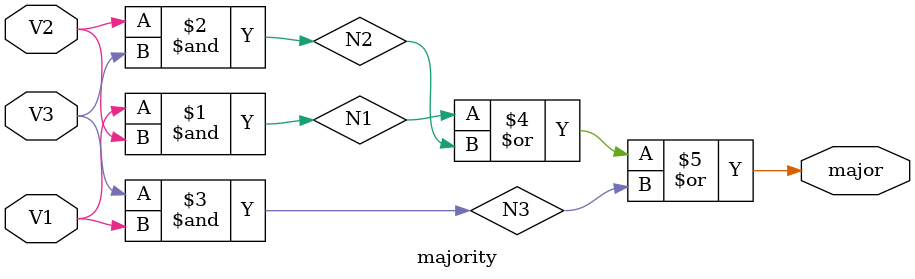
<source format=v>
module majority (major, V1, V2, V3);
    output major;
    input V1, V2, V3;
    wire N1, N2, N3;

    and     A0 (N1, V1, V2),
            A1 (N2, V2, V3),
            A2 (N3, V3, V1);
    or Or0 (major, N1, N2, N3);   
endmodule
</source>
